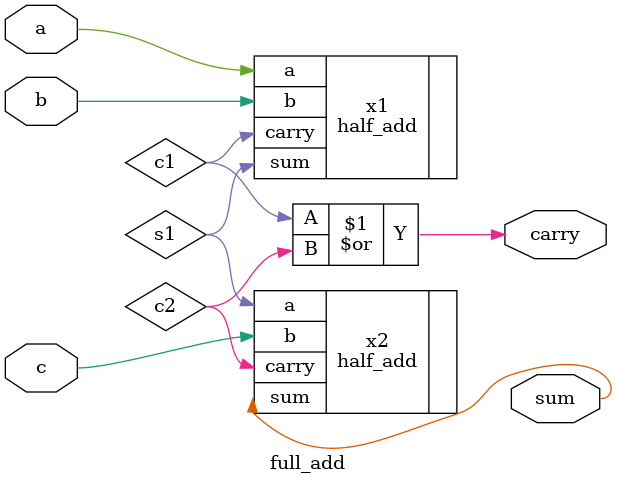
<source format=v>
`timescale 1ns / 1ps


module full_add(
    input wire a,b,c,
    output wire carry,sum
    );
    wire s1,c1,c2;
    half_add x1(.a(a),.b(b),.sum(s1),.carry(c1));
    half_add x2(.a(s1),.b(c),.sum(sum),.carry(c2));
    assign carry = c1 | c2;
endmodule

</source>
